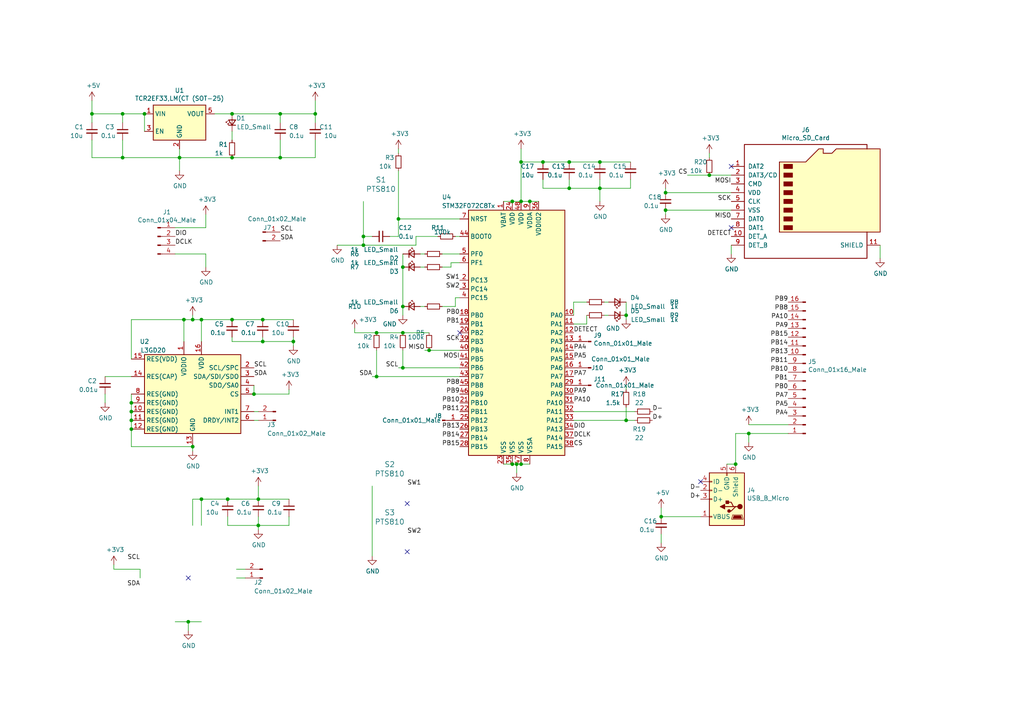
<source format=kicad_sch>
(kicad_sch (version 20230121) (generator eeschema)
  (paper "A4")
  (lib_symbols
    (symbol "Connector:Conn_01x01_Male" (pin_names (offset 1.016) hide)
      (property "Reference" "J" (at 0 2.54 0))
      (property "Value" "Conn_01x01_Male" (at 0 -2.54 0))
      (symbol "Conn_01x01_Male_1_1"
        (pin passive line (at 5.08 0 180) (length 3.81) (name "Pin_1") (number "1"))
      )
    )
    (symbol "Connector:Conn_01x02_Male" (pin_names (offset 1.016) hide)
      (property "Reference" "J" (at 0 2.54 0))
      (property "Value" "Conn_01x02_Male" (at 0 -5.08 0))
      (symbol "Conn_01x02_Male_1_1"
        (pin passive line (at 5.08 0 180) (length 3.81) (name "Pin_1") (number "1"))
        (pin passive line (at 5.08 -2.54 180) (length 3.81) (name "Pin_2") (number "2"))
      )
    )
    (symbol "Connector:Conn_01x04_Male" (pin_names (offset 1.016) hide)
      (property "Reference" "J" (at 0 5.08 0))
      (property "Value" "Conn_01x04_Male" (at 0 -7.62 0))
      (symbol "Conn_01x04_Male_1_1"
        (pin passive line (at 5.08 2.54 180) (length 3.81) (name "Pin_1") (number "1"))
        (pin passive line (at 5.08 0 180) (length 3.81) (name "Pin_2") (number "2"))
        (pin passive line (at 5.08 -2.54 180) (length 3.81) (name "Pin_3") (number "3"))
        (pin passive line (at 5.08 -5.08 180) (length 3.81) (name "Pin_4") (number "4"))
      )
    )
    (symbol "Connector:Conn_01x16_Male" (pin_names (offset 1.016) hide)
      (property "Reference" "J" (at 0 20.32 0))
      (property "Value" "Conn_01x16_Male" (at 0 -22.86 0))
      (symbol "Conn_01x16_Male_1_1"
        (pin passive line (at 5.08 17.78 180) (length 3.81) (name "Pin_1") (number "1"))
        (pin passive line (at 5.08 -5.08 180) (length 3.81) (name "Pin_10") (number "10"))
        (pin passive line (at 5.08 -7.62 180) (length 3.81) (name "Pin_11") (number "11"))
        (pin passive line (at 5.08 -10.16 180) (length 3.81) (name "Pin_12") (number "12"))
        (pin passive line (at 5.08 -12.7 180) (length 3.81) (name "Pin_13") (number "13"))
        (pin passive line (at 5.08 -15.24 180) (length 3.81) (name "Pin_14") (number "14"))
        (pin passive line (at 5.08 -17.78 180) (length 3.81) (name "Pin_15") (number "15"))
        (pin passive line (at 5.08 -20.32 180) (length 3.81) (name "Pin_16") (number "16"))
        (pin passive line (at 5.08 15.24 180) (length 3.81) (name "Pin_2") (number "2"))
        (pin passive line (at 5.08 12.7 180) (length 3.81) (name "Pin_3") (number "3"))
        (pin passive line (at 5.08 10.16 180) (length 3.81) (name "Pin_4") (number "4"))
        (pin passive line (at 5.08 7.62 180) (length 3.81) (name "Pin_5") (number "5"))
        (pin passive line (at 5.08 5.08 180) (length 3.81) (name "Pin_6") (number "6"))
        (pin passive line (at 5.08 2.54 180) (length 3.81) (name "Pin_7") (number "7"))
        (pin passive line (at 5.08 0 180) (length 3.81) (name "Pin_8") (number "8"))
        (pin passive line (at 5.08 -2.54 180) (length 3.81) (name "Pin_9") (number "9"))
      )
    )
    (symbol "Connector:Micro_SD_Card_Det" (pin_names (offset 1.016))
      (property "Reference" "J" (at -16.51 17.78 0))
      (property "Value" "Micro_SD_Card_Det" (at 16.51 17.78 0))
      (symbol "Micro_SD_Card_Det_1_1"
        (pin bidirectional line (at -22.86 10.16 0) (length 3.81) (name "DAT2") (number "1"))
        (pin passive line (at -22.86 -10.16 0) (length 3.81) (name "DET_A") (number "10"))
        (pin passive line (at 20.32 -12.7 180) (length 3.81) (name "SHIELD") (number "11"))
        (pin bidirectional line (at -22.86 7.62 0) (length 3.81) (name "DAT3/CD") (number "2"))
        (pin input line (at -22.86 5.08 0) (length 3.81) (name "CMD") (number "3"))
        (pin power_in line (at -22.86 2.54 0) (length 3.81) (name "VDD") (number "4"))
        (pin input line (at -22.86 0 0) (length 3.81) (name "CLK") (number "5"))
        (pin power_in line (at -22.86 -2.54 0) (length 3.81) (name "VSS") (number "6"))
        (pin bidirectional line (at -22.86 -5.08 0) (length 3.81) (name "DAT0") (number "7"))
        (pin bidirectional line (at -22.86 -7.62 0) (length 3.81) (name "DAT1") (number "8"))
        (pin passive line (at -22.86 -12.7 0) (length 3.81) (name "DET_B") (number "9"))
      )
    )
    (symbol "Connector:USB_B_Micro" (pin_names (offset 1.016))
      (property "Reference" "J" (at -5.08 11.43 0))
      (property "Value" "USB_B_Micro" (at -5.08 8.89 0))
      (symbol "USB_B_Micro_1_1"
        (pin power_out line (at 7.62 5.08 180) (length 2.54) (name "VBUS") (number "1"))
        (pin bidirectional line (at 7.62 -2.54 180) (length 2.54) (name "D-") (number "2"))
        (pin bidirectional line (at 7.62 0 180) (length 2.54) (name "D+") (number "3"))
        (pin passive line (at 7.62 -5.08 180) (length 2.54) (name "ID") (number "4"))
        (pin power_out line (at 0 -10.16 90) (length 2.54) (name "GND") (number "5"))
        (pin passive line (at -2.54 -10.16 90) (length 2.54) (name "Shield") (number "6"))
      )
    )
    (symbol "Device:C_Small" (pin_numbers hide) (pin_names (offset 0.254) hide)
      (property "Reference" "C" (at 0.254 1.778 0))
      (property "Value" "C_Small" (at 0.254 -2.032 0))
      (symbol "C_Small_1_1"
        (pin passive line (at 0 2.54 270) (length 2.032) (name "~") (number "1"))
        (pin passive line (at 0 -2.54 90) (length 2.032) (name "~") (number "2"))
      )
    )
    (symbol "Device:LED_Small" (pin_numbers hide) (pin_names (offset 0.254) hide)
      (property "Reference" "D" (at -1.27 3.175 0))
      (property "Value" "LED_Small" (at -4.445 -2.54 0))
      (symbol "LED_Small_1_1"
        (pin passive line (at -2.54 0 0) (length 1.778) (name "K") (number "1"))
        (pin passive line (at 2.54 0 180) (length 1.778) (name "A") (number "2"))
      )
    )
    (symbol "Device:R_Small" (pin_numbers hide) (pin_names (offset 0.254) hide)
      (property "Reference" "R" (at 0.762 0.508 0))
      (property "Value" "R_Small" (at 0.762 -1.016 0))
      (symbol "R_Small_1_1"
        (pin passive line (at 0 2.54 270) (length 0.762) (name "~") (number "1"))
        (pin passive line (at 0 -2.54 90) (length 0.762) (name "~") (number "2"))
      )
    )
    (symbol "MCU_ST_STM32F0:STM32F072C8Tx"
      (property "Reference" "U" (at -15.24 36.83 0))
      (property "Value" "STM32F072C8Tx" (at 7.62 36.83 0))
      (symbol "STM32F072C8Tx_1_1"
        (pin power_in line (at -5.08 38.1 270) (length 2.54) (name "VBAT") (number "1"))
        (pin bidirectional line (at 15.24 5.08 180) (length 2.54) (name "PA0") (number "10"))
        (pin bidirectional line (at 15.24 2.54 180) (length 2.54) (name "PA1") (number "11"))
        (pin bidirectional line (at 15.24 0 180) (length 2.54) (name "PA2") (number "12"))
        (pin bidirectional line (at 15.24 -2.54 180) (length 2.54) (name "PA3") (number "13"))
        (pin bidirectional line (at 15.24 -5.08 180) (length 2.54) (name "PA4") (number "14"))
        (pin bidirectional line (at 15.24 -7.62 180) (length 2.54) (name "PA5") (number "15"))
        (pin bidirectional line (at 15.24 -10.16 180) (length 2.54) (name "PA6") (number "16"))
        (pin bidirectional line (at 15.24 -12.7 180) (length 2.54) (name "PA7") (number "17"))
        (pin bidirectional line (at -17.78 5.08 0) (length 2.54) (name "PB0") (number "18"))
        (pin bidirectional line (at -17.78 2.54 0) (length 2.54) (name "PB1") (number "19"))
        (pin bidirectional line (at -17.78 15.24 0) (length 2.54) (name "PC13") (number "2"))
        (pin bidirectional line (at -17.78 0 0) (length 2.54) (name "PB2") (number "20"))
        (pin bidirectional line (at -17.78 -20.32 0) (length 2.54) (name "PB10") (number "21"))
        (pin bidirectional line (at -17.78 -22.86 0) (length 2.54) (name "PB11") (number "22"))
        (pin power_in line (at -5.08 -38.1 90) (length 2.54) (name "VSS") (number "23"))
        (pin power_in line (at -2.54 38.1 270) (length 2.54) (name "VDD") (number "24"))
        (pin bidirectional line (at -17.78 -25.4 0) (length 2.54) (name "PB12") (number "25"))
        (pin bidirectional line (at -17.78 -27.94 0) (length 2.54) (name "PB13") (number "26"))
        (pin bidirectional line (at -17.78 -30.48 0) (length 2.54) (name "PB14") (number "27"))
        (pin bidirectional line (at -17.78 -33.02 0) (length 2.54) (name "PB15") (number "28"))
        (pin bidirectional line (at 15.24 -15.24 180) (length 2.54) (name "PA8") (number "29"))
        (pin bidirectional line (at -17.78 12.7 0) (length 2.54) (name "PC14") (number "3"))
        (pin bidirectional line (at 15.24 -17.78 180) (length 2.54) (name "PA9") (number "30"))
        (pin bidirectional line (at 15.24 -20.32 180) (length 2.54) (name "PA10") (number "31"))
        (pin bidirectional line (at 15.24 -22.86 180) (length 2.54) (name "PA11") (number "32"))
        (pin bidirectional line (at 15.24 -25.4 180) (length 2.54) (name "PA12") (number "33"))
        (pin bidirectional line (at 15.24 -27.94 180) (length 2.54) (name "PA13") (number "34"))
        (pin power_in line (at -2.54 -38.1 90) (length 2.54) (name "VSS") (number "35"))
        (pin power_in line (at 5.08 38.1 270) (length 2.54) (name "VDDIO2") (number "36"))
        (pin bidirectional line (at 15.24 -30.48 180) (length 2.54) (name "PA14") (number "37"))
        (pin bidirectional line (at 15.24 -33.02 180) (length 2.54) (name "PA15") (number "38"))
        (pin bidirectional line (at -17.78 -2.54 0) (length 2.54) (name "PB3") (number "39"))
        (pin bidirectional line (at -17.78 10.16 0) (length 2.54) (name "PC15") (number "4"))
        (pin bidirectional line (at -17.78 -5.08 0) (length 2.54) (name "PB4") (number "40"))
        (pin bidirectional line (at -17.78 -7.62 0) (length 2.54) (name "PB5") (number "41"))
        (pin bidirectional line (at -17.78 -10.16 0) (length 2.54) (name "PB6") (number "42"))
        (pin bidirectional line (at -17.78 -12.7 0) (length 2.54) (name "PB7") (number "43"))
        (pin input line (at -17.78 27.94 0) (length 2.54) (name "BOOT0") (number "44"))
        (pin bidirectional line (at -17.78 -15.24 0) (length 2.54) (name "PB8") (number "45"))
        (pin bidirectional line (at -17.78 -17.78 0) (length 2.54) (name "PB9") (number "46"))
        (pin power_in line (at 0 -38.1 90) (length 2.54) (name "VSS") (number "47"))
        (pin power_in line (at 0 38.1 270) (length 2.54) (name "VDD") (number "48"))
        (pin input line (at -17.78 22.86 0) (length 2.54) (name "PF0") (number "5"))
        (pin input line (at -17.78 20.32 0) (length 2.54) (name "PF1") (number "6"))
        (pin input line (at -17.78 33.02 0) (length 2.54) (name "NRST") (number "7"))
        (pin power_in line (at 2.54 -38.1 90) (length 2.54) (name "VSSA") (number "8"))
        (pin power_in line (at 2.54 38.1 270) (length 2.54) (name "VDDA") (number "9"))
      )
    )
    (symbol "Regulator_Linear:MIC5501-3.0YM5"
      (property "Reference" "U" (at -7.62 8.89 0))
      (property "Value" "MIC5501-3.0YM5" (at -7.62 6.35 0))
      (symbol "MIC5501-3.0YM5_1_1"
        (pin power_in line (at -10.16 2.54 0) (length 2.54) (name "VIN") (number "1"))
        (pin power_in line (at 0 -7.62 90) (length 2.54) (name "GND") (number "2"))
        (pin input line (at -10.16 -2.54 0) (length 2.54) (name "EN") (number "3"))
        (pin no_connect line (at 7.62 -2.54 180) (length 2.54) hide (name "NC") (number "4"))
        (pin power_out line (at 10.16 2.54 180) (length 2.54) (name "VOUT") (number "5"))
      )
    )
    (symbol "Sensor_Motion:L3GD20"
      (property "Reference" "U" (at 6.35 15.24 0))
      (property "Value" "L3GD20" (at 6.35 12.7 0))
      (symbol "L3GD20_1_1"
        (pin power_in line (at -2.54 15.24 270) (length 3.81) (name "VDDIO") (number "1"))
        (pin passive line (at -17.78 -5.08 0) (length 3.81) (name "RES(GND)") (number "10"))
        (pin passive line (at -17.78 -7.62 0) (length 3.81) (name "RES(GND)") (number "11"))
        (pin passive line (at -17.78 -10.16 0) (length 3.81) (name "RES(GND)") (number "12"))
        (pin power_in line (at 0 -15.24 90) (length 3.81) (name "GND") (number "13"))
        (pin passive line (at -17.78 5.08 0) (length 3.81) (name "RES(CAP)") (number "14"))
        (pin passive line (at -17.78 10.16 0) (length 3.81) (name "RES(VDD)") (number "15"))
        (pin power_in line (at 2.54 15.24 270) (length 3.81) (name "VDD") (number "16"))
        (pin input line (at 17.78 7.62 180) (length 3.81) (name "SCL/SPC") (number "2"))
        (pin bidirectional line (at 17.78 5.08 180) (length 3.81) (name "SDA/SDI/SDO") (number "3"))
        (pin output line (at 17.78 2.54 180) (length 3.81) (name "SDO/SA0") (number "4"))
        (pin input line (at 17.78 0 180) (length 3.81) (name "CS") (number "5"))
        (pin output line (at 17.78 -7.62 180) (length 3.81) (name "DRDY/INT2") (number "6"))
        (pin output line (at 17.78 -5.08 180) (length 3.81) (name "INT1") (number "7"))
        (pin passive line (at -17.78 0 0) (length 3.81) (name "RES(GND)") (number "8"))
        (pin passive line (at -17.78 -2.54 0) (length 3.81) (name "RES(GND)") (number "9"))
      )
    )
    (symbol "power:+3.3V" (power) (pin_names (offset 0))
      (property "Value" "+3.3V" (at 0 3.556 0))
      (symbol "+3.3V_1_1"
        (pin power_in line (at 0 0 90) (length 0) hide (name "+3V3") (number "1"))
      )
    )
    (symbol "power:+5V" (power) (pin_names (offset 0))
      (property "Value" "+5V" (at 0 3.556 0))
      (symbol "+5V_1_1"
        (pin power_in line (at 0 0 90) (length 0) hide (name "+5V") (number "1"))
      )
    )
    (symbol "power:GND" (power) (pin_names (offset 0))
      (property "Value" "GND" (at 0 -3.81 0))
      (symbol "GND_1_1"
        (pin power_in line (at 0 0 270) (length 0) hide (name "GND") (number "1"))
      )
    )
  )
  (junction (at 151.13 58.42))
  (junction (at 148.59 58.42))
  (junction (at 109.22 109.22))
  (junction (at 165.1 54.61))
  (junction (at 115.57 63.5))
  (junction (at 116.84 96.52))
  (junction (at 53.34 92.71))
  (junction (at 116.84 106.68))
  (junction (at 38.1 116.84))
  (junction (at 41.91 33.02))
  (junction (at 116.84 77.47))
  (junction (at 173.99 54.61))
  (junction (at 52.07 45.72))
  (junction (at 165.1 46.99))
  (junction (at 105.41 71.12))
  (junction (at 54.61 180.34))
  (junction (at 151.13 46.99))
  (junction (at 73.66 114.3))
  (junction (at 193.04 55.88))
  (junction (at 81.28 33.02))
  (junction (at 149.86 134.62))
  (junction (at 67.31 92.71))
  (junction (at 151.13 134.62))
  (junction (at 153.67 58.42))
  (junction (at 38.1 124.46))
  (junction (at 55.88 92.71))
  (junction (at 74.93 144.78))
  (junction (at 76.2 99.06))
  (junction (at 213.36 134.62))
  (junction (at 116.84 88.9))
  (junction (at 58.42 92.71))
  (junction (at 181.61 91.44))
  (junction (at 38.1 121.92))
  (junction (at 81.28 45.72))
  (junction (at 58.42 144.78))
  (junction (at 66.04 144.78))
  (junction (at 74.93 152.4))
  (junction (at 105.41 68.58))
  (junction (at 35.56 33.02))
  (junction (at 55.88 129.54))
  (junction (at 109.22 96.52))
  (junction (at 35.56 45.72))
  (junction (at 67.31 33.02))
  (junction (at 173.99 46.99))
  (junction (at 193.04 60.96))
  (junction (at 38.1 119.38))
  (junction (at 76.2 92.71))
  (junction (at 148.59 134.62))
  (junction (at 85.09 99.06))
  (junction (at 91.44 33.02))
  (junction (at 124.46 101.6))
  (junction (at 67.31 45.72))
  (junction (at 157.48 46.99))
  (junction (at 181.61 121.92))
  (junction (at 191.77 149.86))
  (junction (at 217.17 125.73))
  (junction (at 205.74 50.8))
  (junction (at 26.67 33.02))
  (no_connect (at 118.11 160.02))
  (no_connect (at 203.2 139.7))
  (no_connect (at 212.09 66.04))
  (no_connect (at 133.35 96.52))
  (no_connect (at 118.11 146.05))
  (no_connect (at 54.61 167.64))
  (no_connect (at 212.09 48.26))
  (wire (pts (xy 151.13 46.99) (xy 157.48 46.99)))
  (wire (pts (xy 67.31 92.71) (xy 58.42 92.71)))
  (wire (pts (xy 91.44 33.02) (xy 91.44 35.56)))
  (wire (pts (xy 217.17 123.19) (xy 228.6 123.19)))
  (wire (pts (xy 149.86 134.62) (xy 151.13 134.62)))
  (wire (pts (xy 50.8 73.66) (xy 59.69 73.66)))
  (wire (pts (xy 73.66 119.38) (xy 74.93 119.38)))
  (wire (pts (xy 128.27 88.9) (xy 132.08 88.9)))
  (wire (pts (xy 115.57 44.45) (xy 115.57 43.18)))
  (wire (pts (xy 67.31 97.79) (xy 67.31 99.06)))
  (wire (pts (xy 121.92 73.66) (xy 123.19 73.66)))
  (wire (pts (xy 130.81 76.2) (xy 133.35 76.2)))
  (wire (pts (xy 58.42 144.78) (xy 66.04 144.78)))
  (wire (pts (xy 67.31 45.72) (xy 81.28 45.72)))
  (wire (pts (xy 26.67 29.21) (xy 26.67 33.02)))
  (wire (pts (xy 38.1 129.54) (xy 55.88 129.54)))
  (wire (pts (xy 66.04 152.4) (xy 74.93 152.4)))
  (wire (pts (xy 181.61 111.76) (xy 181.61 113.03)))
  (wire (pts (xy 85.09 92.71) (xy 76.2 92.71)))
  (wire (pts (xy 40.64 165.1) (xy 40.64 167.64)))
  (wire (pts (xy 115.57 49.53) (xy 115.57 63.5)))
  (wire (pts (xy 81.28 35.56) (xy 81.28 33.02)))
  (wire (pts (xy 55.88 91.44) (xy 55.88 92.71)))
  (wire (pts (xy 52.07 45.72) (xy 67.31 45.72)))
  (wire (pts (xy 124.46 96.52) (xy 116.84 96.52)))
  (wire (pts (xy 148.59 134.62) (xy 149.86 134.62)))
  (wire (pts (xy 38.1 116.84) (xy 38.1 119.38)))
  (wire (pts (xy 132.08 68.58) (xy 133.35 68.58)))
  (wire (pts (xy 109.22 101.6) (xy 109.22 109.22)))
  (wire (pts (xy 81.28 33.02) (xy 91.44 33.02)))
  (wire (pts (xy 181.61 87.63) (xy 181.61 91.44)))
  (wire (pts (xy 205.74 50.8) (xy 199.39 50.8)))
  (wire (pts (xy 40.64 165.1) (xy 33.02 165.1)))
  (wire (pts (xy 157.48 46.99) (xy 165.1 46.99)))
  (wire (pts (xy 68.58 167.64) (xy 71.12 167.64)))
  (wire (pts (xy 157.48 54.61) (xy 165.1 54.61)))
  (wire (pts (xy 55.88 152.4) (xy 55.88 144.78)))
  (wire (pts (xy 41.91 33.02) (xy 35.56 33.02)))
  (wire (pts (xy 166.37 121.92) (xy 181.61 121.92)))
  (wire (pts (xy 54.61 180.34) (xy 54.61 182.88)))
  (wire (pts (xy 81.28 40.64) (xy 81.28 45.72)))
  (wire (pts (xy 130.81 77.47) (xy 130.81 76.2)))
  (wire (pts (xy 55.88 92.71) (xy 53.34 92.71)))
  (wire (pts (xy 124.46 101.6) (xy 123.19 101.6)))
  (wire (pts (xy 175.26 91.44) (xy 176.53 91.44)))
  (wire (pts (xy 35.56 33.02) (xy 26.67 33.02)))
  (wire (pts (xy 109.22 109.22) (xy 133.35 109.22)))
  (wire (pts (xy 81.28 45.72) (xy 91.44 45.72)))
  (wire (pts (xy 59.69 73.66) (xy 59.69 77.47)))
  (wire (pts (xy 121.92 88.9) (xy 123.19 88.9)))
  (wire (pts (xy 193.04 60.96) (xy 212.09 60.96)))
  (wire (pts (xy 107.95 140.97) (xy 107.95 161.29)))
  (wire (pts (xy 173.99 54.61) (xy 173.99 58.42)))
  (wire (pts (xy 38.1 109.22) (xy 30.48 109.22)))
  (wire (pts (xy 109.22 96.52) (xy 102.87 96.52)))
  (wire (pts (xy 116.84 77.47) (xy 116.84 88.9)))
  (wire (pts (xy 146.05 134.62) (xy 148.59 134.62)))
  (wire (pts (xy 38.1 124.46) (xy 38.1 129.54)))
  (wire (pts (xy 181.61 92.71) (xy 181.61 91.44)))
  (wire (pts (xy 165.1 52.07) (xy 165.1 54.61)))
  (wire (pts (xy 203.2 149.86) (xy 191.77 149.86)))
  (wire (pts (xy 59.69 66.04) (xy 59.69 62.23)))
  (wire (pts (xy 193.04 54.61) (xy 193.04 55.88)))
  (wire (pts (xy 166.37 93.98) (xy 170.18 93.98)))
  (wire (pts (xy 35.56 35.56) (xy 35.56 33.02)))
  (wire (pts (xy 166.37 91.44) (xy 166.37 87.63)))
  (wire (pts (xy 55.88 129.54) (xy 55.88 130.81)))
  (wire (pts (xy 83.82 152.4) (xy 83.82 149.86)))
  (wire (pts (xy 149.86 137.16) (xy 149.86 134.62)))
  (wire (pts (xy 121.92 77.47) (xy 123.19 77.47)))
  (wire (pts (xy 67.31 33.02) (xy 81.28 33.02)))
  (wire (pts (xy 173.99 54.61) (xy 182.88 54.61)))
  (wire (pts (xy 30.48 114.3) (xy 30.48 116.84)))
  (wire (pts (xy 173.99 46.99) (xy 182.88 46.99)))
  (wire (pts (xy 107.95 68.58) (xy 105.41 68.58)))
  (wire (pts (xy 26.67 33.02) (xy 26.67 35.56)))
  (wire (pts (xy 151.13 58.42) (xy 148.59 58.42)))
  (wire (pts (xy 102.87 96.52) (xy 102.87 95.25)))
  (wire (pts (xy 191.77 157.48) (xy 191.77 154.94)))
  (wire (pts (xy 67.31 40.64) (xy 67.31 38.1)))
  (wire (pts (xy 76.2 92.71) (xy 67.31 92.71)))
  (wire (pts (xy 54.61 180.34) (xy 58.42 180.34)))
  (wire (pts (xy 74.93 144.78) (xy 83.82 144.78)))
  (wire (pts (xy 132.08 86.36) (xy 133.35 86.36)))
  (wire (pts (xy 182.88 54.61) (xy 182.88 52.07)))
  (wire (pts (xy 83.82 152.4) (xy 74.93 152.4)))
  (wire (pts (xy 91.44 29.21) (xy 91.44 33.02)))
  (wire (pts (xy 38.1 121.92) (xy 38.1 124.46)))
  (wire (pts (xy 120.65 71.12) (xy 105.41 71.12)))
  (wire (pts (xy 153.67 58.42) (xy 151.13 58.42)))
  (wire (pts (xy 58.42 99.06) (xy 58.42 92.71)))
  (wire (pts (xy 73.66 111.76) (xy 73.66 114.3)))
  (wire (pts (xy 91.44 45.72) (xy 91.44 40.64)))
  (wire (pts (xy 255.27 71.12) (xy 255.27 74.93)))
  (wire (pts (xy 181.61 118.11) (xy 181.61 121.92)))
  (wire (pts (xy 193.04 60.96) (xy 193.04 62.23)))
  (wire (pts (xy 151.13 46.99) (xy 151.13 58.42)))
  (wire (pts (xy 148.59 58.42) (xy 146.05 58.42)))
  (wire (pts (xy 67.31 99.06) (xy 76.2 99.06)))
  (wire (pts (xy 228.6 125.73) (xy 217.17 125.73)))
  (wire (pts (xy 66.04 144.78) (xy 74.93 144.78)))
  (wire (pts (xy 73.66 121.92) (xy 74.93 121.92)))
  (wire (pts (xy 212.09 71.12) (xy 212.09 73.66)))
  (wire (pts (xy 166.37 87.63) (xy 170.18 87.63)))
  (wire (pts (xy 212.09 50.8) (xy 205.74 50.8)))
  (wire (pts (xy 38.1 119.38) (xy 38.1 121.92)))
  (wire (pts (xy 83.82 114.3) (xy 83.82 113.03)))
  (wire (pts (xy 38.1 104.14) (xy 38.1 92.71)))
  (wire (pts (xy 166.37 119.38) (xy 184.15 119.38)))
  (wire (pts (xy 151.13 134.62) (xy 153.67 134.62)))
  (wire (pts (xy 173.99 52.07) (xy 173.99 54.61)))
  (wire (pts (xy 217.17 125.73) (xy 213.36 125.73)))
  (wire (pts (xy 41.91 38.1) (xy 41.91 33.02)))
  (wire (pts (xy 53.34 92.71) (xy 53.34 99.06)))
  (wire (pts (xy 165.1 46.99) (xy 173.99 46.99)))
  (wire (pts (xy 50.8 180.34) (xy 54.61 180.34)))
  (wire (pts (xy 105.41 58.42) (xy 105.41 68.58)))
  (wire (pts (xy 58.42 152.4) (xy 58.42 144.78)))
  (wire (pts (xy 97.79 71.12) (xy 105.41 71.12)))
  (wire (pts (xy 58.42 92.71) (xy 55.88 92.71)))
  (wire (pts (xy 116.84 106.68) (xy 133.35 106.68)))
  (wire (pts (xy 109.22 109.22) (xy 107.95 109.22)))
  (wire (pts (xy 85.09 99.06) (xy 85.09 97.79)))
  (wire (pts (xy 116.84 88.9) (xy 116.84 91.44)))
  (wire (pts (xy 113.03 68.58) (xy 115.57 68.58)))
  (wire (pts (xy 213.36 125.73) (xy 213.36 134.62)))
  (wire (pts (xy 76.2 99.06) (xy 85.09 99.06)))
  (wire (pts (xy 128.27 77.47) (xy 130.81 77.47)))
  (wire (pts (xy 26.67 45.72) (xy 35.56 45.72)))
  (wire (pts (xy 62.23 33.02) (xy 67.31 33.02)))
  (wire (pts (xy 68.58 165.1) (xy 71.12 165.1)))
  (wire (pts (xy 128.27 73.66) (xy 133.35 73.66)))
  (wire (pts (xy 170.18 93.98) (xy 170.18 91.44)))
  (wire (pts (xy 52.07 45.72) (xy 52.07 49.53)))
  (wire (pts (xy 116.84 101.6) (xy 116.84 106.68)))
  (wire (pts (xy 35.56 45.72) (xy 52.07 45.72)))
  (wire (pts (xy 116.84 106.68) (xy 115.57 106.68)))
  (wire (pts (xy 66.04 149.86) (xy 66.04 152.4)))
  (wire (pts (xy 52.07 43.18) (xy 52.07 45.72)))
  (wire (pts (xy 205.74 44.45) (xy 205.74 45.72)))
  (wire (pts (xy 73.66 114.3) (xy 83.82 114.3)))
  (wire (pts (xy 115.57 68.58) (xy 115.57 63.5)))
  (wire (pts (xy 156.21 58.42) (xy 153.67 58.42)))
  (wire (pts (xy 157.48 52.07) (xy 157.48 54.61)))
  (wire (pts (xy 151.13 46.99) (xy 151.13 43.18)))
  (wire (pts (xy 33.02 165.1) (xy 33.02 163.83)))
  (wire (pts (xy 120.65 68.58) (xy 120.65 71.12)))
  (wire (pts (xy 35.56 40.64) (xy 35.56 45.72)))
  (wire (pts (xy 175.26 87.63) (xy 176.53 87.63)))
  (wire (pts (xy 210.82 134.62) (xy 213.36 134.62)))
  (wire (pts (xy 26.67 40.64) (xy 26.67 45.72)))
  (wire (pts (xy 132.08 88.9) (xy 132.08 86.36)))
  (wire (pts (xy 105.41 71.12) (xy 105.41 68.58)))
  (wire (pts (xy 74.93 149.86) (xy 74.93 152.4)))
  (wire (pts (xy 38.1 114.3) (xy 38.1 116.84)))
  (wire (pts (xy 217.17 128.27) (xy 217.17 125.73)))
  (wire (pts (xy 116.84 73.66) (xy 116.84 77.47)))
  (wire (pts (xy 74.93 152.4) (xy 74.93 153.67)))
  (wire (pts (xy 85.09 99.06) (xy 85.09 100.33)))
  (wire (pts (xy 193.04 55.88) (xy 212.09 55.88)))
  (wire (pts (xy 133.35 63.5) (xy 115.57 63.5)))
  (wire (pts (xy 50.8 66.04) (xy 59.69 66.04)))
  (wire (pts (xy 165.1 54.61) (xy 173.99 54.61)))
  (wire (pts (xy 74.93 144.78) (xy 74.93 140.97)))
  (wire (pts (xy 191.77 149.86) (xy 191.77 147.32)))
  (wire (pts (xy 38.1 92.71) (xy 53.34 92.71)))
  (wire (pts (xy 76.2 97.79) (xy 76.2 99.06)))
  (wire (pts (xy 55.88 144.78) (xy 58.42 144.78)))
  (wire (pts (xy 116.84 96.52) (xy 109.22 96.52)))
  (wire (pts (xy 124.46 101.6) (xy 133.35 101.6)))
  (wire (pts (xy 181.61 121.92) (xy 184.15 121.92)))
  (wire (pts (xy 127 68.58) (xy 120.65 68.58)))
  (label "SDA" (at 81.28 69.85 0))
  (label "PA9" (at 166.37 114.3 0))
  (label "SDA" (at 107.95 109.22 180))
  (label "PA5" (at 228.6 118.11 180))
  (label "PB14" (at 228.6 100.33 180))
  (label "PB1" (at 133.35 93.98 180))
  (label "PB15" (at 228.6 97.79 180))
  (label "PA5" (at 166.37 104.14 0))
  (label "PB8" (at 133.35 111.76 180))
  (label "PB0" (at 133.35 91.44 180))
  (label "PA4" (at 228.6 120.65 180))
  (label "DETECT" (at 166.37 96.52 0))
  (label "SDA" (at 73.66 109.22 0))
  (label "SCL" (at 73.66 106.68 0))
  (label "D+" (at 189.23 121.92 0))
  (label "PB14" (at 133.35 127 180))
  (label "CS" (at 199.39 50.8 180))
  (label "SCL" (at 81.28 67.31 0))
  (label "MOSI" (at 133.35 104.14 180))
  (label "SW2" (at 133.35 83.82 180))
  (label "PB9" (at 133.35 114.3 180))
  (label "DCLK" (at 50.8 71.12 0))
  (label "PB0" (at 228.6 113.03 180))
  (label "PB10" (at 133.35 116.84 180))
  (label "SW2" (at 118.11 154.94 0))
  (label "PB11" (at 133.35 119.38 180))
  (label "D-" (at 203.2 142.24 180))
  (label "DIO" (at 166.37 124.46 0))
  (label "SCK" (at 133.35 99.06 180))
  (label "MISO" (at 212.09 63.5 180))
  (label "PA7" (at 166.37 109.22 0))
  (label "SCK" (at 212.09 58.42 180))
  (label "DETECT" (at 212.09 68.58 180))
  (label "PB15" (at 133.35 129.54 180))
  (label "MOSI" (at 212.09 53.34 180))
  (label "PA10" (at 166.37 116.84 0))
  (label "DIO" (at 50.8 68.58 0))
  (label "SW1" (at 118.11 140.97 0))
  (label "DCLK" (at 166.37 127 0))
  (label "PB11" (at 228.6 105.41 180))
  (label "PA4" (at 166.37 101.6 0))
  (label "D+" (at 203.2 144.78 180))
  (label "D-" (at 189.23 119.38 0))
  (label "PA10" (at 228.6 92.71 180))
  (label "SCL" (at 115.57 106.68 180))
  (label "PB10" (at 228.6 107.95 180))
  (label "SDA" (at 40.64 170.18 180))
  (label "CS" (at 166.37 129.54 0))
  (label "PB13" (at 133.35 124.46 180))
  (label "SCL" (at 40.64 162.56 180))
  (label "MISO" (at 123.19 101.6 180))
  (label "PA7" (at 228.6 115.57 180))
  (label "PB9" (at 228.6 87.63 180))
  (label "PA9" (at 228.6 95.25 180))
  (label "SW1" (at 133.35 81.28 180))
  (label "PB8" (at 228.6 90.17 180))
  (label "PB13" (at 228.6 102.87 180))
  (label "PB1" (at 228.6 110.49 180))
  (symbol (lib_id "MCU_ST_STM32F0:STM32F072C8Tx") (at 151.13 96.52 0) (unit 1)
    (property "Reference" "U4" (at 129.54 57.15 0))
    (property "Value" "STM32F072C8Tx" (at 135.89 59.69 0))
    (property "Footprint" "Package_QFP:LQFP-48_7x7mm_P0.5mm" (effects hide))
    (property "Datasheet" "http://www.st.com/st-web-ui/static/active/en/resource/technical/document/datasheet/DM00090510.pdf" (effects hide))
  )
  (symbol (lib_id "Connector:Micro_SD_Card_Det") (at 234.95 58.42 0) (unit 1)
    (property "Reference" "J6" (at 233.68 37.6682 0))
    (property "Value" "Micro_SD_Card" (at 233.68 39.9796 0))
    (property "Footprint" "Connector_Card:microSD_HC_Hirose_DM3AT-SF-PEJM5" (effects hide))
    (property "Datasheet" "https://www.hirose.com/product/en/download_file/key_name/DM3/category/Catalog/doc_file_id/49662/?file_category_id=4&item_id=195&is_series=1" (effects hide))
  )
  (symbol (lib_id "Sensor_Motion:L3GD20") (at 55.88 114.3 0) (unit 1)
    (property "Reference" "U2" (at 41.91 99.06 0))
    (property "Value" "L3GD20" (at 44.45 101.6 0))
    (property "Footprint" "Package_LGA:LGA-16_3x3mm_P0.5mm_LayoutBorder3x5y" (effects hide))
    (property "Datasheet" "http://www.st.com/st-web-ui/static/active/en/resource/technical/document/datasheet/DM00036465.pdf" (effects hide))
  )
  (symbol (lib_id "dk_Motion-Sensors-Accelerometers:LIS2HH12TR") (at 55.88 165.1 0) (unit 1)
    (property "Reference" "U3" (at 39.37 153.67 0) (effects (font (size 1.524 1.524)) (justify left)))
    (property "Value" "LIS2HH12TR" (at 39.37 156.21 0) (effects (font (size 1.524 1.524)) (justify left)))
    (property "Footprint" "Package_LGA:LGA-12_2x2mm_P0.5mm" (effects hide))
    (property "Datasheet" "http://www.st.com/content/ccc/resource/technical/document/datasheet/c9/16/f2/79/ca/31/47/89/DM00096789.pdf/files/DM00096789.pdf/jcr:content/translations/en.DM00096789.pdf" (effects hide))
    (property "Digi-Key_PN" "497-15069-1-ND" (effects hide))
    (property "MPN" "LIS2HH12TR" (effects hide))
    (property "Category" "Sensors, Transducers" (effects hide))
    (property "Family" "Motion Sensors - Accelerometers" (effects hide))
    (property "DK_Datasheet_Link" "http://www.st.com/content/ccc/resource/technical/document/datasheet/c9/16/f2/79/ca/31/47/89/DM00096789.pdf/files/DM00096789.pdf/jcr:content/translations/en.DM00096789.pdf" (effects hide))
    (property "DK_Detail_Page" "/product-detail/en/stmicroelectronics/LIS2HH12TR/497-15069-1-ND/5043075" (effects hide))
    (property "Description" "ACCELEROMETER 2-8G I2C/SPI 12LGA" (effects hide))
    (property "Manufacturer" "STMicroelectronics" (effects hide))
    (property "Status" "Active" (effects hide))
  )
  (symbol (lib_id "Regulator_Linear:MIC5501-3.0YM5") (at 52.07 35.56 0) (unit 1)
    (property "Reference" "U1" (at 52.07 26.2382 0))
    (property "Value" "TCR2EF33,LM(CT (SOT-25)" (at 52.07 28.5496 0))
    (property "Footprint" "Package_TO_SOT_SMD:SOT-353_SC-70-5_Handsoldering" (effects hide))
    (property "Datasheet" "http://ww1.microchip.com/downloads/en/DeviceDoc/MIC550X.pdf" (effects hide))
  )
  (symbol (lib_id "dk_Tactile-Switches:PTS645SM43SMTR92_LFS") (at 110.49 60.96 0) (unit 1)
    (property "Reference" "S1" (at 110.49 52.1462 0) (effects (font (size 1.524 1.524))))
    (property "Value" "PTS810" (at 110.49 54.8386 0) (effects (font (size 1.524 1.524))))
    (property "Footprint" "Button_Switch_SMD:SW_SPST_PTS810" (effects hide))
    (property "Datasheet" "https://www.ckswitches.com/media/1471/pts645.pdf" (effects hide))
    (property "Digi-Key_PN" "CKN9112CT-ND" (effects hide))
    (property "MPN" "PTS645SM43SMTR92 LFS" (effects hide))
    (property "Category" "Switches" (effects hide))
    (property "Family" "Tactile Switches" (effects hide))
    (property "DK_Datasheet_Link" "https://www.ckswitches.com/media/1471/pts645.pdf" (effects hide))
    (property "DK_Detail_Page" "/product-detail/en/c-k/PTS645SM43SMTR92-LFS/CKN9112CT-ND/1146934" (effects hide))
    (property "Description" "SWITCH TACTILE SPST-NO 0.05A 12V" (effects hide))
    (property "Manufacturer" "C&K" (effects hide))
    (property "Status" "Active" (effects hide))
  )
  (symbol (lib_id "dk_Tactile-Switches:PTS645SM43SMTR92_LFS") (at 113.03 143.51 0) (unit 1)
    (property "Reference" "S2" (at 113.03 134.6962 0) (effects (font (size 1.524 1.524))))
    (property "Value" "PTS810" (at 113.03 137.3886 0) (effects (font (size 1.524 1.524))))
    (property "Footprint" "Button_Switch_SMD:SW_SPST_PTS810" (effects hide))
    (property "Datasheet" "https://www.ckswitches.com/media/1471/pts645.pdf" (effects hide))
    (property "Digi-Key_PN" "CKN9112CT-ND" (effects hide))
    (property "MPN" "PTS645SM43SMTR92 LFS" (effects hide))
    (property "Category" "Switches" (effects hide))
    (property "Family" "Tactile Switches" (effects hide))
    (property "DK_Datasheet_Link" "https://www.ckswitches.com/media/1471/pts645.pdf" (effects hide))
    (property "DK_Detail_Page" "/product-detail/en/c-k/PTS645SM43SMTR92-LFS/CKN9112CT-ND/1146934" (effects hide))
    (property "Description" "SWITCH TACTILE SPST-NO 0.05A 12V" (effects hide))
    (property "Manufacturer" "C&K" (effects hide))
    (property "Status" "Active" (effects hide))
  )
  (symbol (lib_id "dk_Tactile-Switches:PTS645SM43SMTR92_LFS") (at 113.03 157.48 0) (unit 1)
    (property "Reference" "S3" (at 113.03 148.6662 0) (effects (font (size 1.524 1.524))))
    (property "Value" "PTS810" (at 113.03 151.3586 0) (effects (font (size 1.524 1.524))))
    (property "Footprint" "Button_Switch_SMD:SW_SPST_PTS810" (effects hide))
    (property "Datasheet" "https://www.ckswitches.com/media/1471/pts645.pdf" (effects hide))
    (property "Digi-Key_PN" "CKN9112CT-ND" (effects hide))
    (property "MPN" "PTS645SM43SMTR92 LFS" (effects hide))
    (property "Category" "Switches" (effects hide))
    (property "Family" "Tactile Switches" (effects hide))
    (property "DK_Datasheet_Link" "https://www.ckswitches.com/media/1471/pts645.pdf" (effects hide))
    (property "DK_Detail_Page" "/product-detail/en/c-k/PTS645SM43SMTR92-LFS/CKN9112CT-ND/1146934" (effects hide))
    (property "Description" "SWITCH TACTILE SPST-NO 0.05A 12V" (effects hide))
    (property "Manufacturer" "C&K" (effects hide))
    (property "Status" "Active" (effects hide))
  )
  (symbol (lib_id "Connector:USB_B_Micro") (at 210.82 144.78 180) (unit 1)
    (property "Reference" "J4" (at 216.6366 142.1892 0) (effects (justify right)))
    (property "Value" "USB_B_Micro" (at 216.6366 144.5006 0) (effects (justify right)))
    (property "Footprint" "Connector_USB:USB_Micro-B_Molex-105017-0001" (effects hide))
  )
  (symbol (lib_id "Device:R_Small") (at 186.69 121.92 90) (unit 1)
    (property "Reference" "R19" (at 185.42 124.46 90))
    (property "Value" "22" (at 185.42 127 90))
    (property "Footprint" "Resistor_SMD:R_0603_1608Metric_Pad1.05x0.95mm_HandSolder" (effects hide))
  )
  (symbol (lib_id "Device:R_Small") (at 186.69 119.38 90) (unit 1)
    (property "Reference" "R18" (at 185.42 114.3 90))
    (property "Value" "22" (at 185.42 116.84 90))
    (property "Footprint" "Resistor_SMD:R_0603_1608Metric_Pad1.05x0.95mm_HandSolder" (effects hide))
  )
  (symbol (lib_id "Device:LED_Small") (at 119.38 73.66 0) (unit 1)
    (property "Reference" "D2" (at 114.3 74.93 0))
    (property "Value" "LED_Small" (at 110.49 72.39 0))
    (property "Footprint" "LED_SMD:LED_0603_1608Metric_Pad1.05x0.95mm_HandSolder" (effects hide))
  )
  (symbol (lib_id "Device:LED_Small") (at 119.38 77.47 0) (unit 1)
    (property "Reference" "D3" (at 114.3 78.74 0))
    (property "Value" "LED_Small" (at 110.49 76.2 0))
    (property "Footprint" "LED_SMD:LED_0603_1608Metric_Pad1.05x0.95mm_HandSolder" (effects hide))
  )
  (symbol (lib_id "Device:LED_Small") (at 179.07 87.63 180) (unit 1)
    (property "Reference" "D4" (at 184.15 86.36 0))
    (property "Value" "LED_Small" (at 187.96 88.9 0))
    (property "Footprint" "LED_SMD:LED_0603_1608Metric_Pad1.05x0.95mm_HandSolder" (effects hide))
  )
  (symbol (lib_id "Device:LED_Small") (at 179.07 91.44 180) (unit 1)
    (property "Reference" "D5" (at 184.15 90.17 0))
    (property "Value" "LED_Small" (at 187.96 92.71 0))
    (property "Footprint" "LED_SMD:LED_0603_1608Metric_Pad1.05x0.95mm_HandSolder" (effects hide))
  )
  (symbol (lib_id "Device:LED_Small") (at 119.38 88.9 0) (unit 1)
    (property "Reference" "D6" (at 114.3 90.17 0))
    (property "Value" "LED_Small" (at 110.49 87.63 0))
    (property "Footprint" "LED_SMD:LED_0603_1608Metric_Pad1.05x0.95mm_HandSolder" (effects hide))
  )
  (symbol (lib_id "Device:LED_Small") (at 67.31 35.56 90) (unit 1)
    (property "Reference" "D1" (at 69.85 34.29 90))
    (property "Value" "LED_Small" (at 73.66 36.83 90))
    (property "Footprint" "LED_SMD:LED_0603_1608Metric_Pad1.05x0.95mm_HandSolder" (effects hide))
  )
  (symbol (lib_id "Device:R_Small") (at 181.61 115.57 0) (unit 1)
    (property "Reference" "R17" (at 179.07 114.3 0))
    (property "Value" "1.5k" (at 177.8 116.84 0))
    (property "Footprint" "Resistor_SMD:R_0603_1608Metric_Pad1.05x0.95mm_HandSolder" (effects hide))
  )
  (symbol (lib_id "Device:R_Small") (at 115.57 46.99 0) (unit 1)
    (property "Reference" "R3" (at 113.03 45.72 0))
    (property "Value" "10k" (at 111.76 48.26 0))
    (property "Footprint" "Resistor_SMD:R_0603_1608Metric_Pad1.05x0.95mm_HandSolder" (effects hide))
  )
  (symbol (lib_id "Connector:Conn_01x04_Male") (at 45.72 68.58 0) (unit 1)
    (property "Reference" "J1" (at 48.4124 61.5188 0))
    (property "Value" "Conn_01x04_Male" (at 48.4124 63.8302 0))
    (property "Footprint" "Connector_PinHeader_2.54mm:PinHeader_1x04_P2.54mm_Vertical" (effects hide))
  )
  (symbol (lib_id "Device:R_Small") (at 116.84 99.06 0) (unit 1)
    (property "Reference" "R4" (at 114.3 97.79 0))
    (property "Value" "10k" (at 113.03 100.33 0))
    (property "Footprint" "Resistor_SMD:R_0603_1608Metric_Pad1.05x0.95mm_HandSolder" (effects hide))
  )
  (symbol (lib_id "Device:R_Small") (at 109.22 99.06 0) (unit 1)
    (property "Reference" "R2" (at 106.68 97.79 0))
    (property "Value" "10k" (at 105.41 100.33 0))
    (property "Footprint" "Resistor_SMD:R_0603_1608Metric_Pad1.05x0.95mm_HandSolder" (effects hide))
  )
  (symbol (lib_id "Connector:Conn_01x16_Male") (at 233.68 107.95 180) (unit 1)
    (property "Reference" "J5" (at 234.3658 104.902 0) (effects (justify right)))
    (property "Value" "Conn_01x16_Male" (at 234.3658 107.2134 0) (effects (justify right)))
    (property "Footprint" "Connector_PinHeader_2.54mm:PinHeader_1x16_P2.54mm_Vertical" (effects hide))
  )
  (symbol (lib_id "Device:R_Small") (at 129.54 68.58 90) (unit 1)
    (property "Reference" "R11" (at 127 66.04 90))
    (property "Value" "100k" (at 128.27 67.31 90))
    (property "Footprint" "Resistor_SMD:R_0603_1608Metric_Pad1.05x0.95mm_HandSolder" (effects hide))
  )
  (symbol (lib_id "Device:R_Small") (at 124.46 99.06 0) (unit 1)
    (property "Reference" "R5" (at 121.92 96.52 0))
    (property "Value" "100k" (at 120.65 97.79 0))
    (property "Footprint" "Resistor_SMD:R_0603_1608Metric_Pad1.05x0.95mm_HandSolder" (effects hide))
  )
  (symbol (lib_id "Device:R_Small") (at 67.31 43.18 0) (unit 1)
    (property "Reference" "R1" (at 64.77 41.91 0))
    (property "Value" "1k" (at 63.5 44.45 0))
    (property "Footprint" "Resistor_SMD:R_0603_1608Metric_Pad1.05x0.95mm_HandSolder" (effects hide))
  )
  (symbol (lib_id "Device:R_Small") (at 125.73 73.66 90) (unit 1)
    (property "Reference" "R6" (at 102.87 73.66 90))
    (property "Value" "1k" (at 102.87 72.39 90))
    (property "Footprint" "Resistor_SMD:R_0603_1608Metric_Pad1.05x0.95mm_HandSolder" (effects hide))
  )
  (symbol (lib_id "Device:R_Small") (at 125.73 77.47 90) (unit 1)
    (property "Reference" "R7" (at 102.87 77.47 90))
    (property "Value" "1k" (at 102.87 76.2 90))
    (property "Footprint" "Resistor_SMD:R_0603_1608Metric_Pad1.05x0.95mm_HandSolder" (effects hide))
  )
  (symbol (lib_id "Device:R_Small") (at 172.72 87.63 270) (unit 1)
    (property "Reference" "R8" (at 195.58 87.63 90))
    (property "Value" "1k" (at 195.58 88.9 90))
    (property "Footprint" "Resistor_SMD:R_0603_1608Metric_Pad1.05x0.95mm_HandSolder" (effects hide))
  )
  (symbol (lib_id "Device:R_Small") (at 172.72 91.44 270) (unit 1)
    (property "Reference" "R9" (at 195.58 91.44 90))
    (property "Value" "1k" (at 195.58 92.71 90))
    (property "Footprint" "Resistor_SMD:R_0603_1608Metric_Pad1.05x0.95mm_HandSolder" (effects hide))
  )
  (symbol (lib_id "Device:R_Small") (at 125.73 88.9 90) (unit 1)
    (property "Reference" "R10" (at 102.87 88.9 90))
    (property "Value" "1k" (at 102.87 87.63 90))
    (property "Footprint" "Resistor_SMD:R_0603_1608Metric_Pad1.05x0.95mm_HandSolder" (effects hide))
  )
  (symbol (lib_id "Device:C_Small") (at 191.77 152.4 0) (unit 1)
    (property "Reference" "C16" (at 186.69 151.13 0) (effects (justify left)))
    (property "Value" "0.1u" (at 185.42 153.67 0) (effects (justify left)))
    (property "Footprint" "Capacitor_SMD:C_0402_1005Metric" (effects hide))
  )
  (symbol (lib_id "power:GND") (at 52.07 49.53 0) (unit 1)
    (property "Reference" "#PWR04" (effects hide))
    (property "Value" "GND" (at 52.197 53.9242 0))
  )
  (symbol (lib_id "power:+5V") (at 26.67 29.21 0) (unit 1)
    (property "Reference" "#PWR01" (effects hide))
    (property "Value" "+5V" (at 27.051 24.8158 0))
  )
  (symbol (lib_id "power:+3.3V") (at 91.44 29.21 0) (unit 1)
    (property "Reference" "#PWR014" (effects hide))
    (property "Value" "+3.3V" (at 91.821 24.8158 0))
  )
  (symbol (lib_id "Device:C_Small") (at 165.1 49.53 0) (unit 1)
    (property "Reference" "C13" (at 160.02 48.26 0) (effects (justify left)))
    (property "Value" "0.1u" (at 158.75 50.8 0) (effects (justify left)))
    (property "Footprint" "Capacitor_SMD:C_0402_1005Metric" (effects hide))
  )
  (symbol (lib_id "Device:C_Small") (at 173.99 49.53 0) (unit 1)
    (property "Reference" "C14" (at 168.91 48.26 0) (effects (justify left)))
    (property "Value" "0.1u" (at 167.64 50.8 0) (effects (justify left)))
    (property "Footprint" "Capacitor_SMD:C_0402_1005Metric" (effects hide))
  )
  (symbol (lib_id "Device:C_Small") (at 182.88 49.53 0) (unit 1)
    (property "Reference" "C15" (at 177.8 48.26 0) (effects (justify left)))
    (property "Value" "0.1u" (at 176.53 50.8 0) (effects (justify left)))
    (property "Footprint" "Capacitor_SMD:C_0402_1005Metric" (effects hide))
  )
  (symbol (lib_id "power:+3.3V") (at 59.69 62.23 0) (unit 1)
    (property "Reference" "#PWR08" (effects hide))
    (property "Value" "+3.3V" (at 60.071 57.8358 0))
  )
  (symbol (lib_id "power:GND") (at 59.69 77.47 0) (unit 1)
    (property "Reference" "#PWR09" (effects hide))
    (property "Value" "GND" (at 59.817 81.8642 0))
  )
  (symbol (lib_id "Device:C_Small") (at 110.49 68.58 270) (unit 1)
    (property "Reference" "C12" (at 115.57 66.04 90) (effects (justify left)))
    (property "Value" "0.1u" (at 115.57 68.58 90) (effects (justify left)))
    (property "Footprint" "Capacitor_SMD:C_0402_1005Metric" (effects hide))
  )
  (symbol (lib_id "Device:C_Small") (at 35.56 38.1 0) (unit 1)
    (property "Reference" "C3" (at 30.48 36.83 0) (effects (justify left)))
    (property "Value" "0.1u" (at 29.21 39.37 0) (effects (justify left)))
    (property "Footprint" "Capacitor_SMD:C_0402_1005Metric" (effects hide))
  )
  (symbol (lib_id "Device:C_Small") (at 81.28 38.1 0) (unit 1)
    (property "Reference" "C8" (at 83.82 36.83 0) (effects (justify left)))
    (property "Value" "0.1u" (at 83.82 39.37 0) (effects (justify left)))
    (property "Footprint" "Capacitor_SMD:C_0402_1005Metric" (effects hide))
  )
  (symbol (lib_id "Device:C_Small") (at 67.31 95.25 0) (unit 1)
    (property "Reference" "C5" (at 62.23 93.98 0) (effects (justify left)))
    (property "Value" "0.1u" (at 60.96 96.52 0) (effects (justify left)))
    (property "Footprint" "Capacitor_SMD:C_0402_1005Metric" (effects hide))
  )
  (symbol (lib_id "Device:C_Small") (at 76.2 95.25 0) (unit 1)
    (property "Reference" "C7" (at 71.12 93.98 0) (effects (justify left)))
    (property "Value" "0.1u" (at 69.85 96.52 0) (effects (justify left)))
    (property "Footprint" "Capacitor_SMD:C_0402_1005Metric" (effects hide))
  )
  (symbol (lib_id "Device:C_Small") (at 74.93 147.32 0) (unit 1)
    (property "Reference" "C6" (at 69.85 146.05 0) (effects (justify left)))
    (property "Value" "0.1u" (at 68.58 148.59 0) (effects (justify left)))
    (property "Footprint" "Capacitor_SMD:C_0402_1005Metric" (effects hide))
  )
  (symbol (lib_id "Device:C_Small") (at 83.82 147.32 0) (unit 1)
    (property "Reference" "C9" (at 78.74 146.05 0) (effects (justify left)))
    (property "Value" "0.1u" (at 77.47 148.59 0) (effects (justify left)))
    (property "Footprint" "Capacitor_SMD:C_0402_1005Metric" (effects hide))
  )
  (symbol (lib_id "Device:C_Small") (at 30.48 111.76 0) (unit 1)
    (property "Reference" "C2" (at 25.4 110.49 0) (effects (justify left)))
    (property "Value" "0.01u" (at 22.86 113.03 0) (effects (justify left)))
    (property "Footprint" "Capacitor_SMD:C_0805_2012Metric_Pad1.15x1.40mm_HandSolder" (effects hide))
  )
  (symbol (lib_id "Device:C_Small") (at 26.67 38.1 0) (unit 1)
    (property "Reference" "C1" (at 21.59 36.83 0) (effects (justify left)))
    (property "Value" "10u" (at 20.32 39.37 0) (effects (justify left)))
    (property "Footprint" "Capacitor_SMD:C_0805_2012Metric_Pad1.15x1.40mm_HandSolder" (effects hide))
  )
  (symbol (lib_id "Device:C_Small") (at 91.44 38.1 180) (unit 1)
    (property "Reference" "C11" (at 96.52 36.83 0) (effects (justify left)))
    (property "Value" "10u" (at 97.79 39.37 0) (effects (justify left)))
    (property "Footprint" "Capacitor_SMD:C_0805_2012Metric_Pad1.15x1.40mm_HandSolder" (effects hide))
  )
  (symbol (lib_id "Device:C_Small") (at 85.09 95.25 0) (unit 1)
    (property "Reference" "C10" (at 80.01 93.98 0) (effects (justify left)))
    (property "Value" "10u" (at 78.74 96.52 0) (effects (justify left)))
    (property "Footprint" "Capacitor_SMD:C_0805_2012Metric_Pad1.15x1.40mm_HandSolder" (effects hide))
  )
  (symbol (lib_id "Device:C_Small") (at 66.04 147.32 0) (unit 1)
    (property "Reference" "C4" (at 60.96 146.05 0) (effects (justify left)))
    (property "Value" "10u" (at 59.69 148.59 0) (effects (justify left)))
    (property "Footprint" "Capacitor_SMD:C_0805_2012Metric_Pad1.15x1.40mm_HandSolder" (effects hide))
  )
  (symbol (lib_id "power:GND") (at 85.09 100.33 0) (unit 1)
    (property "Reference" "#PWR013" (effects hide))
    (property "Value" "GND" (at 85.217 104.7242 0))
  )
  (symbol (lib_id "power:GND") (at 30.48 116.84 0) (unit 1)
    (property "Reference" "#PWR02" (effects hide))
    (property "Value" "GND" (at 30.607 121.2342 0))
  )
  (symbol (lib_id "power:GND") (at 55.88 130.81 0) (unit 1)
    (property "Reference" "#PWR07" (effects hide))
    (property "Value" "GND" (at 56.007 135.2042 0))
  )
  (symbol (lib_id "power:+3.3V") (at 83.82 113.03 0) (unit 1)
    (property "Reference" "#PWR012" (effects hide))
    (property "Value" "+3.3V" (at 84.201 108.6358 0))
  )
  (symbol (lib_id "Connector:Conn_01x02_Male") (at 80.01 121.92 180) (unit 1)
    (property "Reference" "J3" (at 77.47 123.19 0) (effects (justify right)))
    (property "Value" "Conn_01x02_Male" (at 77.47 125.73 0) (effects (justify right)))
    (property "Footprint" "TestPoint:TestPoint_Pad_D1.0mm_2x" (effects hide))
  )
  (symbol (lib_id "power:+3.3V") (at 55.88 91.44 0) (unit 1)
    (property "Reference" "#PWR06" (effects hide))
    (property "Value" "+3.3V" (at 56.261 87.0458 0))
  )
  (symbol (lib_id "power:GND") (at 74.93 153.67 0) (unit 1)
    (property "Reference" "#PWR011" (effects hide))
    (property "Value" "GND" (at 75.057 158.0642 0))
  )
  (symbol (lib_id "power:GND") (at 54.61 182.88 0) (unit 1)
    (property "Reference" "#PWR05" (effects hide))
    (property "Value" "GND" (at 54.737 187.2742 0))
  )
  (symbol (lib_id "power:+3.3V") (at 33.02 163.83 0) (unit 1)
    (property "Reference" "#PWR03" (effects hide))
    (property "Value" "+3.3V" (at 33.401 159.4358 0))
  )
  (symbol (lib_id "Connector:Conn_01x02_Male") (at 76.2 167.64 180) (unit 1)
    (property "Reference" "J2" (at 73.66 168.91 0) (effects (justify right)))
    (property "Value" "Conn_01x02_Male" (at 73.66 171.45 0) (effects (justify right)))
    (property "Footprint" "TestPoint:TestPoint_Pad_D1.0mm_2x" (effects hide))
  )
  (symbol (lib_id "Connector:Conn_01x02_Male") (at 76.2 67.31 0) (unit 1)
    (property "Reference" "J7" (at 78.74 66.04 0) (effects (justify right)))
    (property "Value" "Conn_01x02_Male" (at 88.9 63.5 0) (effects (justify right)))
    (property "Footprint" "Connector_PinHeader_2.54mm:PinHeader_1x02_P2.54mm_Vertical" (effects hide))
  )
  (symbol (lib_id "Device:C_Small") (at 157.48 49.53 180) (unit 1)
    (property "Reference" "C17" (at 154.94 48.26 0) (effects (justify left)))
    (property "Value" "10u" (at 154.94 50.8 0) (effects (justify left)))
    (property "Footprint" "Capacitor_SMD:C_0805_2012Metric_Pad1.15x1.40mm_HandSolder" (effects hide))
  )
  (symbol (lib_id "power:GND") (at 173.99 58.42 0) (unit 1)
    (property "Reference" "#PWR022" (effects hide))
    (property "Value" "GND" (at 174.117 62.8142 0))
  )
  (symbol (lib_id "power:GND") (at 149.86 137.16 0) (unit 1)
    (property "Reference" "#PWR020" (effects hide))
    (property "Value" "GND" (at 149.987 141.5542 0))
  )
  (symbol (lib_id "power:+3.3V") (at 74.93 140.97 0) (unit 1)
    (property "Reference" "#PWR010" (effects hide))
    (property "Value" "+3.3V" (at 75.311 136.5758 0))
  )
  (symbol (lib_id "Device:C_Small") (at 193.04 58.42 0) (unit 1)
    (property "Reference" "C18" (at 187.96 57.15 0) (effects (justify left)))
    (property "Value" "0.1u" (at 186.69 59.69 0) (effects (justify left)))
    (property "Footprint" "Capacitor_SMD:C_0402_1005Metric" (effects hide))
  )
  (symbol (lib_id "power:+3.3V") (at 151.13 43.18 0) (unit 1)
    (property "Reference" "#PWR021" (effects hide))
    (property "Value" "+3.3V" (at 151.511 38.7858 0))
  )
  (symbol (lib_id "power:+3.3V") (at 217.17 123.19 0) (unit 1)
    (property "Reference" "#PWR031" (effects hide))
    (property "Value" "+3.3V" (at 217.551 118.7958 0))
  )
  (symbol (lib_id "power:GND") (at 217.17 128.27 0) (unit 1)
    (property "Reference" "#PWR032" (effects hide))
    (property "Value" "GND" (at 217.297 132.6642 0))
  )
  (symbol (lib_id "power:GND") (at 191.77 157.48 0) (unit 1)
    (property "Reference" "#PWR026" (effects hide))
    (property "Value" "GND" (at 191.897 161.8742 0))
  )
  (symbol (lib_id "power:+5V") (at 191.77 147.32 0) (unit 1)
    (property "Reference" "#PWR025" (effects hide))
    (property "Value" "+5V" (at 192.151 142.9258 0))
  )
  (symbol (lib_id "power:GND") (at 116.84 91.44 0) (unit 1)
    (property "Reference" "#PWR019" (effects hide))
    (property "Value" "GND" (at 113.03 93.98 0))
  )
  (symbol (lib_id "power:+3.3V") (at 115.57 43.18 0) (unit 1)
    (property "Reference" "#PWR018" (effects hide))
    (property "Value" "+3.3V" (at 115.951 38.7858 0))
  )
  (symbol (lib_id "power:GND") (at 97.79 71.12 0) (unit 1)
    (property "Reference" "#PWR015" (effects hide))
    (property "Value" "GND" (at 97.917 75.5142 0))
  )
  (symbol (lib_id "power:GND") (at 212.09 73.66 0) (unit 1)
    (property "Reference" "#PWR030" (effects hide))
    (property "Value" "GND" (at 212.217 78.0542 0))
  )
  (symbol (lib_id "power:GND") (at 255.27 74.93 0) (unit 1)
    (property "Reference" "#PWR033" (effects hide))
    (property "Value" "GND" (at 255.397 79.3242 0))
  )
  (symbol (lib_id "Connector:Conn_01x01_Male") (at 171.45 99.06 180) (unit 1)
    (property "Reference" "J9" (at 172.1358 97.282 0) (effects (justify right)))
    (property "Value" "Conn_01x01_Male" (at 172.1358 99.5934 0) (effects (justify right)))
    (property "Footprint" "TestPoint:TestPoint_Pad_D1.0mm" (effects hide))
  )
  (symbol (lib_id "Connector:Conn_01x01_Male") (at 171.45 106.68 180) (unit 1)
    (property "Reference" "J10" (at 171.45 106.68 0) (effects (justify right)))
    (property "Value" "Conn_01x01_Male" (at 171.45 104.14 0) (effects (justify right)))
    (property "Footprint" "TestPoint:TestPoint_Pad_D1.0mm" (effects hide))
  )
  (symbol (lib_id "Connector:Conn_01x01_Male") (at 171.45 111.76 180) (unit 1)
    (property "Reference" "J11" (at 172.1358 109.982 0) (effects (justify right)))
    (property "Value" "Conn_01x01_Male" (at 172.72 111.76 0) (effects (justify right)))
    (property "Footprint" "TestPoint:TestPoint_Pad_D1.0mm" (effects hide))
  )
  (symbol (lib_id "Connector:Conn_01x01_Male") (at 128.27 121.92 0) (unit 1)
    (property "Reference" "J8" (at 127 120.65 0))
    (property "Value" "Conn_01x01_Male" (at 119.38 121.92 0))
    (property "Footprint" "TestPoint:TestPoint_Pad_D1.0mm" (effects hide))
  )
  (symbol (lib_id "power:GND") (at 107.95 161.29 0) (unit 1)
    (property "Reference" "#PWR017" (effects hide))
    (property "Value" "GND" (at 108.077 165.6842 0))
  )
  (symbol (lib_id "power:GND") (at 181.61 92.71 0) (unit 1)
    (property "Reference" "#PWR0101" (effects hide))
    (property "Value" "GND" (at 177.8 95.25 0))
  )
  (symbol (lib_id "Device:R_Small") (at 205.74 48.26 0) (unit 1)
    (property "Reference" "R20" (at 203.2 46.99 0))
    (property "Value" "10k" (at 201.93 49.53 0))
    (property "Footprint" "Resistor_SMD:R_0603_1608Metric_Pad1.05x0.95mm_HandSolder" (effects hide))
  )
  (symbol (lib_id "power:+3.3V") (at 205.74 44.45 0) (unit 1)
    (property "Reference" "#PWR029" (effects hide))
    (property "Value" "+3.3V" (at 206.121 40.0558 0))
  )
  (symbol (lib_id "power:+3.3V") (at 193.04 54.61 0) (unit 1)
    (property "Reference" "#PWR027" (effects hide))
    (property "Value" "+3.3V" (at 193.421 50.2158 0))
  )
  (symbol (lib_id "power:GND") (at 193.04 62.23 0) (unit 1)
    (property "Reference" "#PWR028" (effects hide))
    (property "Value" "GND" (at 193.167 66.6242 0))
  )
  (symbol (lib_id "power:+3.3V") (at 181.61 111.76 0) (unit 1)
    (property "Reference" "#PWR023" (effects hide))
    (property "Value" "+3.3V" (at 181.991 107.3658 0))
  )
  (symbol (lib_id "power:+3.3V") (at 102.87 95.25 0) (unit 1)
    (property "Reference" "#PWR016" (effects hide))
    (property "Value" "+3.3V" (at 106.68 92.71 0))
  )
)
</source>
